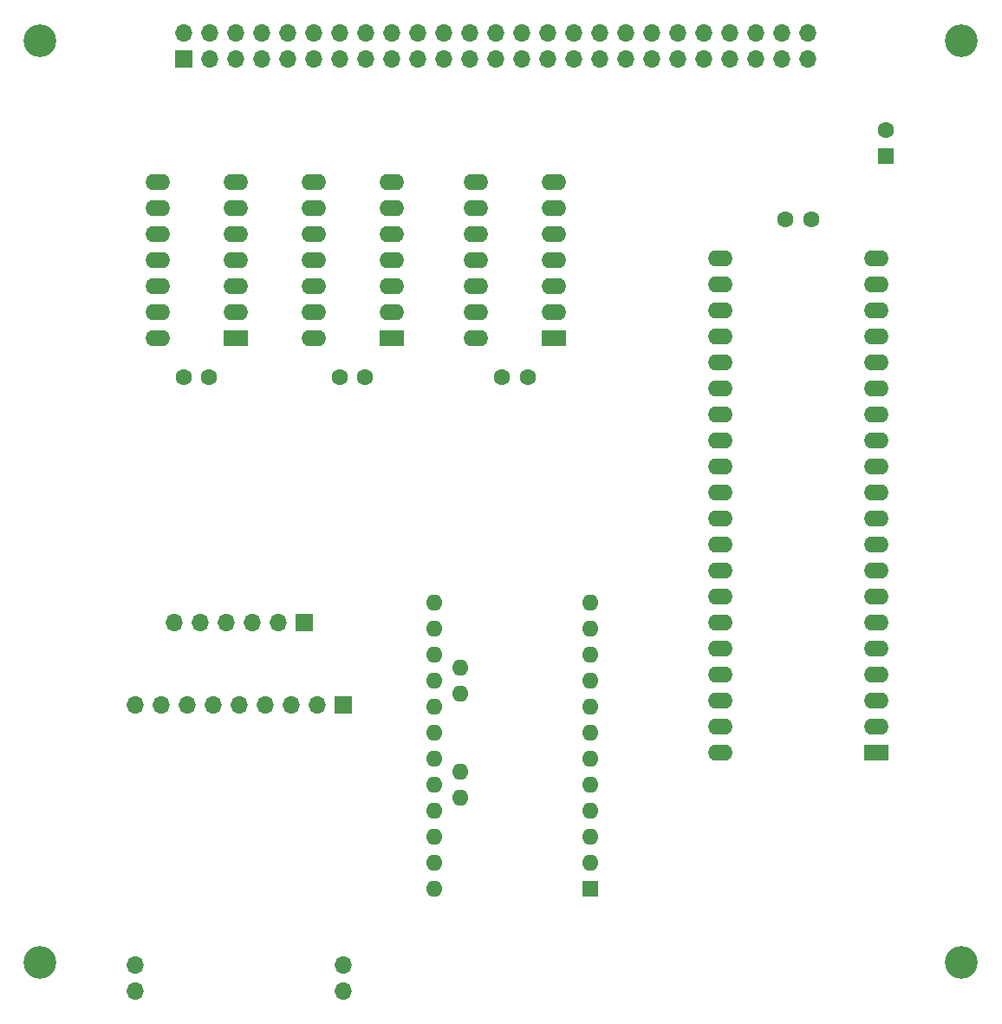
<source format=gbs>
G04 #@! TF.GenerationSoftware,KiCad,Pcbnew,(5.1.9)-1*
G04 #@! TF.CreationDate,2023-02-14T22:57:02+09:00*
G04 #@! TF.ProjectId,FM-7_SD,464d2d37-5f53-4442-9e6b-696361645f70,rev?*
G04 #@! TF.SameCoordinates,PX53920b0PY93c3260*
G04 #@! TF.FileFunction,Soldermask,Bot*
G04 #@! TF.FilePolarity,Negative*
%FSLAX46Y46*%
G04 Gerber Fmt 4.6, Leading zero omitted, Abs format (unit mm)*
G04 Created by KiCad (PCBNEW (5.1.9)-1) date 2023-02-14 22:57:02*
%MOMM*%
%LPD*%
G01*
G04 APERTURE LIST*
%ADD10C,3.200000*%
%ADD11C,1.600000*%
%ADD12R,1.600000X1.600000*%
%ADD13R,1.700000X1.700000*%
%ADD14O,1.700000X1.700000*%
%ADD15R,2.400000X1.600000*%
%ADD16O,2.400000X1.600000*%
%ADD17O,1.600000X1.600000*%
G04 APERTURE END LIST*
D10*
X5000000Y95000000D03*
X95000000Y95000000D03*
X95000000Y5000000D03*
X5000000Y5000000D03*
D11*
X77815000Y77630000D03*
X80315000Y77630000D03*
D12*
X87630000Y83820000D03*
D11*
X87630000Y86320000D03*
X21485000Y62165000D03*
X18985000Y62165000D03*
X34225000Y62165000D03*
X36725000Y62165000D03*
X50100000Y62165000D03*
X52600000Y62165000D03*
D13*
X34635000Y30201000D03*
D14*
X32095000Y30201000D03*
X29555000Y30201000D03*
X27015000Y30201000D03*
X24475000Y30201000D03*
X21935000Y30201000D03*
X19395000Y30201000D03*
X16855000Y30201000D03*
X14315000Y30201000D03*
X14315000Y2261000D03*
X14315000Y4801000D03*
X34635000Y2261000D03*
X34635000Y4801000D03*
D13*
X30825000Y38260000D03*
D14*
X28285000Y38260000D03*
X25745000Y38260000D03*
X23205000Y38260000D03*
X20665000Y38260000D03*
X18125000Y38260000D03*
D15*
X24065000Y65975000D03*
D16*
X16445000Y81215000D03*
X24065000Y68515000D03*
X16445000Y78675000D03*
X24065000Y71055000D03*
X16445000Y76135000D03*
X24065000Y73595000D03*
X16445000Y73595000D03*
X24065000Y76135000D03*
X16445000Y71055000D03*
X24065000Y78675000D03*
X16445000Y68515000D03*
X24065000Y81215000D03*
X16445000Y65975000D03*
X31685000Y65975000D03*
X39305000Y81215000D03*
X31685000Y68515000D03*
X39305000Y78675000D03*
X31685000Y71055000D03*
X39305000Y76135000D03*
X31685000Y73595000D03*
X39305000Y73595000D03*
X31685000Y76135000D03*
X39305000Y71055000D03*
X31685000Y78675000D03*
X39305000Y68515000D03*
X31685000Y81215000D03*
D15*
X39305000Y65975000D03*
X86705000Y25560000D03*
D16*
X71465000Y73820000D03*
X86705000Y28100000D03*
X71465000Y71280000D03*
X86705000Y30640000D03*
X71465000Y68740000D03*
X86705000Y33180000D03*
X71465000Y66200000D03*
X86705000Y35720000D03*
X71465000Y63660000D03*
X86705000Y38260000D03*
X71465000Y61120000D03*
X86705000Y40800000D03*
X71465000Y58580000D03*
X86705000Y43340000D03*
X71465000Y56040000D03*
X86705000Y45880000D03*
X71465000Y53500000D03*
X86705000Y48420000D03*
X71465000Y50960000D03*
X86705000Y50960000D03*
X71465000Y48420000D03*
X86705000Y53500000D03*
X71465000Y45880000D03*
X86705000Y56040000D03*
X71465000Y43340000D03*
X86705000Y58580000D03*
X71465000Y40800000D03*
X86705000Y61120000D03*
X71465000Y38260000D03*
X86705000Y63660000D03*
X71465000Y35720000D03*
X86705000Y66200000D03*
X71465000Y33180000D03*
X86705000Y68740000D03*
X71465000Y30640000D03*
X86705000Y71280000D03*
X71465000Y28100000D03*
X86705000Y73820000D03*
X71465000Y25560000D03*
D12*
X58765000Y12225000D03*
D17*
X58765000Y14765000D03*
X58765000Y17305000D03*
X43525000Y40165000D03*
X58765000Y19845000D03*
X43525000Y37625000D03*
X58765000Y22385000D03*
X43525000Y35085000D03*
X58765000Y24925000D03*
X43525000Y32545000D03*
X58765000Y27465000D03*
X43525000Y30005000D03*
X58765000Y30005000D03*
X43525000Y27465000D03*
X58765000Y32545000D03*
X43525000Y24925000D03*
X58765000Y35085000D03*
X43525000Y22385000D03*
X58765000Y37625000D03*
X43525000Y19845000D03*
X58765000Y40165000D03*
X43525000Y17305000D03*
X43525000Y14765000D03*
X43525000Y12225000D03*
X46065000Y21115000D03*
X46065000Y23655000D03*
X46065000Y31275000D03*
X46065000Y33815000D03*
D16*
X47560000Y65975000D03*
X55180000Y81215000D03*
X47560000Y68515000D03*
X55180000Y78675000D03*
X47560000Y71055000D03*
X55180000Y76135000D03*
X47560000Y73595000D03*
X55180000Y73595000D03*
X47560000Y76135000D03*
X55180000Y71055000D03*
X47560000Y78675000D03*
X55180000Y68515000D03*
X47560000Y81215000D03*
D15*
X55180000Y65975000D03*
D13*
X19050000Y93265000D03*
D14*
X19050000Y95805000D03*
X21590000Y93265000D03*
X21590000Y95805000D03*
X24130000Y93265000D03*
X24130000Y95805000D03*
X26670000Y93265000D03*
X26670000Y95805000D03*
X29210000Y93265000D03*
X29210000Y95805000D03*
X31750000Y93265000D03*
X31750000Y95805000D03*
X34290000Y93265000D03*
X34290000Y95805000D03*
X36830000Y93265000D03*
X36830000Y95805000D03*
X39370000Y93265000D03*
X39370000Y95805000D03*
X41910000Y93265000D03*
X41910000Y95805000D03*
X44450000Y93265000D03*
X44450000Y95805000D03*
X46990000Y93265000D03*
X46990000Y95805000D03*
X49530000Y93265000D03*
X49530000Y95805000D03*
X52070000Y93265000D03*
X52070000Y95805000D03*
X54610000Y93265000D03*
X54610000Y95805000D03*
X57150000Y93265000D03*
X57150000Y95805000D03*
X59690000Y93265000D03*
X59690000Y95805000D03*
X62230000Y93265000D03*
X62230000Y95805000D03*
X64770000Y93265000D03*
X64770000Y95805000D03*
X67310000Y93265000D03*
X67310000Y95805000D03*
X69850000Y93265000D03*
X69850000Y95805000D03*
X72390000Y93265000D03*
X72390000Y95805000D03*
X74930000Y93265000D03*
X74930000Y95805000D03*
X77470000Y93265000D03*
X77470000Y95805000D03*
X80010000Y93265000D03*
X80010000Y95805000D03*
M02*

</source>
